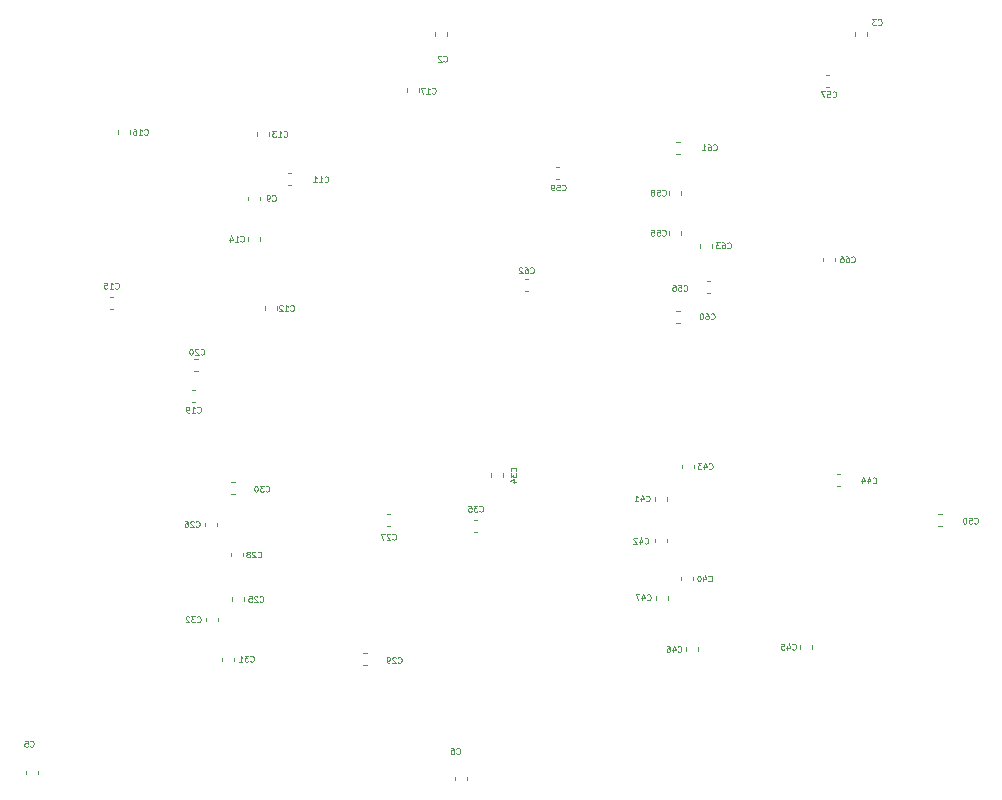
<source format=gbr>
G04 #@! TF.GenerationSoftware,KiCad,Pcbnew,(6.0.7-1)-1*
G04 #@! TF.CreationDate,2022-09-29T12:27:23-05:00*
G04 #@! TF.ProjectId,ramn,72616d6e-2e6b-4696-9361-645f70636258,rev?*
G04 #@! TF.SameCoordinates,Original*
G04 #@! TF.FileFunction,Legend,Bot*
G04 #@! TF.FilePolarity,Positive*
%FSLAX46Y46*%
G04 Gerber Fmt 4.6, Leading zero omitted, Abs format (unit mm)*
G04 Created by KiCad (PCBNEW (6.0.7-1)-1) date 2022-09-29 12:27:23*
%MOMM*%
%LPD*%
G01*
G04 APERTURE LIST*
%ADD10C,0.100000*%
%ADD11C,0.120000*%
G04 APERTURE END LIST*
D10*
X62321428Y-94846071D02*
X62345238Y-94869880D01*
X62416666Y-94893690D01*
X62464285Y-94893690D01*
X62535714Y-94869880D01*
X62583333Y-94822261D01*
X62607142Y-94774642D01*
X62630952Y-94679404D01*
X62630952Y-94607976D01*
X62607142Y-94512738D01*
X62583333Y-94465119D01*
X62535714Y-94417500D01*
X62464285Y-94393690D01*
X62416666Y-94393690D01*
X62345238Y-94417500D01*
X62321428Y-94441309D01*
X62154761Y-94393690D02*
X61845238Y-94393690D01*
X62011904Y-94584166D01*
X61940476Y-94584166D01*
X61892857Y-94607976D01*
X61869047Y-94631785D01*
X61845238Y-94679404D01*
X61845238Y-94798452D01*
X61869047Y-94846071D01*
X61892857Y-94869880D01*
X61940476Y-94893690D01*
X62083333Y-94893690D01*
X62130952Y-94869880D01*
X62154761Y-94846071D01*
X61654761Y-94441309D02*
X61630952Y-94417500D01*
X61583333Y-94393690D01*
X61464285Y-94393690D01*
X61416666Y-94417500D01*
X61392857Y-94441309D01*
X61369047Y-94488928D01*
X61369047Y-94536547D01*
X61392857Y-94607976D01*
X61678571Y-94893690D01*
X61369047Y-94893690D01*
X105656428Y-81871071D02*
X105680238Y-81894880D01*
X105751666Y-81918690D01*
X105799285Y-81918690D01*
X105870714Y-81894880D01*
X105918333Y-81847261D01*
X105942142Y-81799642D01*
X105965952Y-81704404D01*
X105965952Y-81632976D01*
X105942142Y-81537738D01*
X105918333Y-81490119D01*
X105870714Y-81442500D01*
X105799285Y-81418690D01*
X105751666Y-81418690D01*
X105680238Y-81442500D01*
X105656428Y-81466309D01*
X105227857Y-81585357D02*
X105227857Y-81918690D01*
X105346904Y-81394880D02*
X105465952Y-81752023D01*
X105156428Y-81752023D01*
X105013571Y-81418690D02*
X104704047Y-81418690D01*
X104870714Y-81609166D01*
X104799285Y-81609166D01*
X104751666Y-81632976D01*
X104727857Y-81656785D01*
X104704047Y-81704404D01*
X104704047Y-81823452D01*
X104727857Y-81871071D01*
X104751666Y-81894880D01*
X104799285Y-81918690D01*
X104942142Y-81918690D01*
X104989761Y-81894880D01*
X105013571Y-81871071D01*
X100421428Y-92978571D02*
X100445238Y-93002380D01*
X100516666Y-93026190D01*
X100564285Y-93026190D01*
X100635714Y-93002380D01*
X100683333Y-92954761D01*
X100707142Y-92907142D01*
X100730952Y-92811904D01*
X100730952Y-92740476D01*
X100707142Y-92645238D01*
X100683333Y-92597619D01*
X100635714Y-92550000D01*
X100564285Y-92526190D01*
X100516666Y-92526190D01*
X100445238Y-92550000D01*
X100421428Y-92573809D01*
X99992857Y-92692857D02*
X99992857Y-93026190D01*
X100111904Y-92502380D02*
X100230952Y-92859523D01*
X99921428Y-92859523D01*
X99778571Y-92526190D02*
X99445238Y-92526190D01*
X99659523Y-93026190D01*
X128121428Y-86478571D02*
X128145238Y-86502380D01*
X128216666Y-86526190D01*
X128264285Y-86526190D01*
X128335714Y-86502380D01*
X128383333Y-86454761D01*
X128407142Y-86407142D01*
X128430952Y-86311904D01*
X128430952Y-86240476D01*
X128407142Y-86145238D01*
X128383333Y-86097619D01*
X128335714Y-86050000D01*
X128264285Y-86026190D01*
X128216666Y-86026190D01*
X128145238Y-86050000D01*
X128121428Y-86073809D01*
X127669047Y-86026190D02*
X127907142Y-86026190D01*
X127930952Y-86264285D01*
X127907142Y-86240476D01*
X127859523Y-86216666D01*
X127740476Y-86216666D01*
X127692857Y-86240476D01*
X127669047Y-86264285D01*
X127645238Y-86311904D01*
X127645238Y-86430952D01*
X127669047Y-86478571D01*
X127692857Y-86502380D01*
X127740476Y-86526190D01*
X127859523Y-86526190D01*
X127907142Y-86502380D01*
X127930952Y-86478571D01*
X127335714Y-86026190D02*
X127288095Y-86026190D01*
X127240476Y-86050000D01*
X127216666Y-86073809D01*
X127192857Y-86121428D01*
X127169047Y-86216666D01*
X127169047Y-86335714D01*
X127192857Y-86430952D01*
X127216666Y-86478571D01*
X127240476Y-86502380D01*
X127288095Y-86526190D01*
X127335714Y-86526190D01*
X127383333Y-86502380D01*
X127407142Y-86478571D01*
X127430952Y-86430952D01*
X127454761Y-86335714D01*
X127454761Y-86216666D01*
X127430952Y-86121428D01*
X127407142Y-86073809D01*
X127383333Y-86050000D01*
X127335714Y-86026190D01*
X103521428Y-66778571D02*
X103545238Y-66802380D01*
X103616666Y-66826190D01*
X103664285Y-66826190D01*
X103735714Y-66802380D01*
X103783333Y-66754761D01*
X103807142Y-66707142D01*
X103830952Y-66611904D01*
X103830952Y-66540476D01*
X103807142Y-66445238D01*
X103783333Y-66397619D01*
X103735714Y-66350000D01*
X103664285Y-66326190D01*
X103616666Y-66326190D01*
X103545238Y-66350000D01*
X103521428Y-66373809D01*
X103069047Y-66326190D02*
X103307142Y-66326190D01*
X103330952Y-66564285D01*
X103307142Y-66540476D01*
X103259523Y-66516666D01*
X103140476Y-66516666D01*
X103092857Y-66540476D01*
X103069047Y-66564285D01*
X103045238Y-66611904D01*
X103045238Y-66730952D01*
X103069047Y-66778571D01*
X103092857Y-66802380D01*
X103140476Y-66826190D01*
X103259523Y-66826190D01*
X103307142Y-66802380D01*
X103330952Y-66778571D01*
X102616666Y-66326190D02*
X102711904Y-66326190D01*
X102759523Y-66350000D01*
X102783333Y-66373809D01*
X102830952Y-66445238D01*
X102854761Y-66540476D01*
X102854761Y-66730952D01*
X102830952Y-66778571D01*
X102807142Y-66802380D01*
X102759523Y-66826190D01*
X102664285Y-66826190D01*
X102616666Y-66802380D01*
X102592857Y-66778571D01*
X102569047Y-66730952D01*
X102569047Y-66611904D01*
X102592857Y-66564285D01*
X102616666Y-66540476D01*
X102664285Y-66516666D01*
X102759523Y-66516666D01*
X102807142Y-66540476D01*
X102830952Y-66564285D01*
X102854761Y-66611904D01*
X79321428Y-98278571D02*
X79345238Y-98302380D01*
X79416666Y-98326190D01*
X79464285Y-98326190D01*
X79535714Y-98302380D01*
X79583333Y-98254761D01*
X79607142Y-98207142D01*
X79630952Y-98111904D01*
X79630952Y-98040476D01*
X79607142Y-97945238D01*
X79583333Y-97897619D01*
X79535714Y-97850000D01*
X79464285Y-97826190D01*
X79416666Y-97826190D01*
X79345238Y-97850000D01*
X79321428Y-97873809D01*
X79130952Y-97873809D02*
X79107142Y-97850000D01*
X79059523Y-97826190D01*
X78940476Y-97826190D01*
X78892857Y-97850000D01*
X78869047Y-97873809D01*
X78845238Y-97921428D01*
X78845238Y-97969047D01*
X78869047Y-98040476D01*
X79154761Y-98326190D01*
X78845238Y-98326190D01*
X78607142Y-98326190D02*
X78511904Y-98326190D01*
X78464285Y-98302380D01*
X78440476Y-98278571D01*
X78392857Y-98207142D01*
X78369047Y-98111904D01*
X78369047Y-97921428D01*
X78392857Y-97873809D01*
X78416666Y-97850000D01*
X78464285Y-97826190D01*
X78559523Y-97826190D01*
X78607142Y-97850000D01*
X78630952Y-97873809D01*
X78654761Y-97921428D01*
X78654761Y-98040476D01*
X78630952Y-98088095D01*
X78607142Y-98111904D01*
X78559523Y-98135714D01*
X78464285Y-98135714D01*
X78416666Y-98111904D01*
X78392857Y-98088095D01*
X78369047Y-98040476D01*
X105621428Y-91378571D02*
X105645238Y-91402380D01*
X105716666Y-91426190D01*
X105764285Y-91426190D01*
X105835714Y-91402380D01*
X105883333Y-91354761D01*
X105907142Y-91307142D01*
X105930952Y-91211904D01*
X105930952Y-91140476D01*
X105907142Y-91045238D01*
X105883333Y-90997619D01*
X105835714Y-90950000D01*
X105764285Y-90926190D01*
X105716666Y-90926190D01*
X105645238Y-90950000D01*
X105621428Y-90973809D01*
X105192857Y-91092857D02*
X105192857Y-91426190D01*
X105311904Y-90902380D02*
X105430952Y-91259523D01*
X105121428Y-91259523D01*
X104835714Y-90926190D02*
X104788095Y-90926190D01*
X104740476Y-90950000D01*
X104716666Y-90973809D01*
X104692857Y-91021428D01*
X104669047Y-91116666D01*
X104669047Y-91235714D01*
X104692857Y-91330952D01*
X104716666Y-91378571D01*
X104740476Y-91402380D01*
X104788095Y-91426190D01*
X104835714Y-91426190D01*
X104883333Y-91402380D01*
X104907142Y-91378571D01*
X104930952Y-91330952D01*
X104954761Y-91235714D01*
X104954761Y-91116666D01*
X104930952Y-91021428D01*
X104907142Y-90973809D01*
X104883333Y-90950000D01*
X104835714Y-90926190D01*
X106021428Y-54878571D02*
X106045238Y-54902380D01*
X106116666Y-54926190D01*
X106164285Y-54926190D01*
X106235714Y-54902380D01*
X106283333Y-54854761D01*
X106307142Y-54807142D01*
X106330952Y-54711904D01*
X106330952Y-54640476D01*
X106307142Y-54545238D01*
X106283333Y-54497619D01*
X106235714Y-54450000D01*
X106164285Y-54426190D01*
X106116666Y-54426190D01*
X106045238Y-54450000D01*
X106021428Y-54473809D01*
X105592857Y-54426190D02*
X105688095Y-54426190D01*
X105735714Y-54450000D01*
X105759523Y-54473809D01*
X105807142Y-54545238D01*
X105830952Y-54640476D01*
X105830952Y-54830952D01*
X105807142Y-54878571D01*
X105783333Y-54902380D01*
X105735714Y-54926190D01*
X105640476Y-54926190D01*
X105592857Y-54902380D01*
X105569047Y-54878571D01*
X105545238Y-54830952D01*
X105545238Y-54711904D01*
X105569047Y-54664285D01*
X105592857Y-54640476D01*
X105640476Y-54616666D01*
X105735714Y-54616666D01*
X105783333Y-54640476D01*
X105807142Y-54664285D01*
X105830952Y-54711904D01*
X105069047Y-54926190D02*
X105354761Y-54926190D01*
X105211904Y-54926190D02*
X105211904Y-54426190D01*
X105259523Y-54497619D01*
X105307142Y-54545238D01*
X105354761Y-54569047D01*
X62326428Y-77078571D02*
X62350238Y-77102380D01*
X62421666Y-77126190D01*
X62469285Y-77126190D01*
X62540714Y-77102380D01*
X62588333Y-77054761D01*
X62612142Y-77007142D01*
X62635952Y-76911904D01*
X62635952Y-76840476D01*
X62612142Y-76745238D01*
X62588333Y-76697619D01*
X62540714Y-76650000D01*
X62469285Y-76626190D01*
X62421666Y-76626190D01*
X62350238Y-76650000D01*
X62326428Y-76673809D01*
X61850238Y-77126190D02*
X62135952Y-77126190D01*
X61993095Y-77126190D02*
X61993095Y-76626190D01*
X62040714Y-76697619D01*
X62088333Y-76745238D01*
X62135952Y-76769047D01*
X61612142Y-77126190D02*
X61516904Y-77126190D01*
X61469285Y-77102380D01*
X61445476Y-77078571D01*
X61397857Y-77007142D01*
X61374047Y-76911904D01*
X61374047Y-76721428D01*
X61397857Y-76673809D01*
X61421666Y-76650000D01*
X61469285Y-76626190D01*
X61564523Y-76626190D01*
X61612142Y-76650000D01*
X61635952Y-76673809D01*
X61659761Y-76721428D01*
X61659761Y-76840476D01*
X61635952Y-76888095D01*
X61612142Y-76911904D01*
X61564523Y-76935714D01*
X61469285Y-76935714D01*
X61421666Y-76911904D01*
X61397857Y-76888095D01*
X61374047Y-76840476D01*
X116121428Y-50378571D02*
X116145238Y-50402380D01*
X116216666Y-50426190D01*
X116264285Y-50426190D01*
X116335714Y-50402380D01*
X116383333Y-50354761D01*
X116407142Y-50307142D01*
X116430952Y-50211904D01*
X116430952Y-50140476D01*
X116407142Y-50045238D01*
X116383333Y-49997619D01*
X116335714Y-49950000D01*
X116264285Y-49926190D01*
X116216666Y-49926190D01*
X116145238Y-49950000D01*
X116121428Y-49973809D01*
X115669047Y-49926190D02*
X115907142Y-49926190D01*
X115930952Y-50164285D01*
X115907142Y-50140476D01*
X115859523Y-50116666D01*
X115740476Y-50116666D01*
X115692857Y-50140476D01*
X115669047Y-50164285D01*
X115645238Y-50211904D01*
X115645238Y-50330952D01*
X115669047Y-50378571D01*
X115692857Y-50402380D01*
X115740476Y-50426190D01*
X115859523Y-50426190D01*
X115907142Y-50402380D01*
X115930952Y-50378571D01*
X115478571Y-49926190D02*
X115145238Y-49926190D01*
X115359523Y-50426190D01*
X101696428Y-58708571D02*
X101720238Y-58732380D01*
X101791666Y-58756190D01*
X101839285Y-58756190D01*
X101910714Y-58732380D01*
X101958333Y-58684761D01*
X101982142Y-58637142D01*
X102005952Y-58541904D01*
X102005952Y-58470476D01*
X101982142Y-58375238D01*
X101958333Y-58327619D01*
X101910714Y-58280000D01*
X101839285Y-58256190D01*
X101791666Y-58256190D01*
X101720238Y-58280000D01*
X101696428Y-58303809D01*
X101244047Y-58256190D02*
X101482142Y-58256190D01*
X101505952Y-58494285D01*
X101482142Y-58470476D01*
X101434523Y-58446666D01*
X101315476Y-58446666D01*
X101267857Y-58470476D01*
X101244047Y-58494285D01*
X101220238Y-58541904D01*
X101220238Y-58660952D01*
X101244047Y-58708571D01*
X101267857Y-58732380D01*
X101315476Y-58756190D01*
X101434523Y-58756190D01*
X101482142Y-58732380D01*
X101505952Y-58708571D01*
X100934523Y-58470476D02*
X100982142Y-58446666D01*
X101005952Y-58422857D01*
X101029761Y-58375238D01*
X101029761Y-58351428D01*
X101005952Y-58303809D01*
X100982142Y-58280000D01*
X100934523Y-58256190D01*
X100839285Y-58256190D01*
X100791666Y-58280000D01*
X100767857Y-58303809D01*
X100744047Y-58351428D01*
X100744047Y-58375238D01*
X100767857Y-58422857D01*
X100791666Y-58446666D01*
X100839285Y-58470476D01*
X100934523Y-58470476D01*
X100982142Y-58494285D01*
X101005952Y-58518095D01*
X101029761Y-58565714D01*
X101029761Y-58660952D01*
X101005952Y-58708571D01*
X100982142Y-58732380D01*
X100934523Y-58756190D01*
X100839285Y-58756190D01*
X100791666Y-58732380D01*
X100767857Y-58708571D01*
X100744047Y-58660952D01*
X100744047Y-58565714D01*
X100767857Y-58518095D01*
X100791666Y-58494285D01*
X100839285Y-58470476D01*
X65996428Y-62608571D02*
X66020238Y-62632380D01*
X66091666Y-62656190D01*
X66139285Y-62656190D01*
X66210714Y-62632380D01*
X66258333Y-62584761D01*
X66282142Y-62537142D01*
X66305952Y-62441904D01*
X66305952Y-62370476D01*
X66282142Y-62275238D01*
X66258333Y-62227619D01*
X66210714Y-62180000D01*
X66139285Y-62156190D01*
X66091666Y-62156190D01*
X66020238Y-62180000D01*
X65996428Y-62203809D01*
X65520238Y-62656190D02*
X65805952Y-62656190D01*
X65663095Y-62656190D02*
X65663095Y-62156190D01*
X65710714Y-62227619D01*
X65758333Y-62275238D01*
X65805952Y-62299047D01*
X65091666Y-62322857D02*
X65091666Y-62656190D01*
X65210714Y-62132380D02*
X65329761Y-62489523D01*
X65020238Y-62489523D01*
X90521428Y-65278571D02*
X90545238Y-65302380D01*
X90616666Y-65326190D01*
X90664285Y-65326190D01*
X90735714Y-65302380D01*
X90783333Y-65254761D01*
X90807142Y-65207142D01*
X90830952Y-65111904D01*
X90830952Y-65040476D01*
X90807142Y-64945238D01*
X90783333Y-64897619D01*
X90735714Y-64850000D01*
X90664285Y-64826190D01*
X90616666Y-64826190D01*
X90545238Y-64850000D01*
X90521428Y-64873809D01*
X90092857Y-64826190D02*
X90188095Y-64826190D01*
X90235714Y-64850000D01*
X90259523Y-64873809D01*
X90307142Y-64945238D01*
X90330952Y-65040476D01*
X90330952Y-65230952D01*
X90307142Y-65278571D01*
X90283333Y-65302380D01*
X90235714Y-65326190D01*
X90140476Y-65326190D01*
X90092857Y-65302380D01*
X90069047Y-65278571D01*
X90045238Y-65230952D01*
X90045238Y-65111904D01*
X90069047Y-65064285D01*
X90092857Y-65040476D01*
X90140476Y-65016666D01*
X90235714Y-65016666D01*
X90283333Y-65040476D01*
X90307142Y-65064285D01*
X90330952Y-65111904D01*
X89854761Y-64873809D02*
X89830952Y-64850000D01*
X89783333Y-64826190D01*
X89664285Y-64826190D01*
X89616666Y-64850000D01*
X89592857Y-64873809D01*
X89569047Y-64921428D01*
X89569047Y-64969047D01*
X89592857Y-65040476D01*
X89878571Y-65326190D01*
X89569047Y-65326190D01*
X105821428Y-69178571D02*
X105845238Y-69202380D01*
X105916666Y-69226190D01*
X105964285Y-69226190D01*
X106035714Y-69202380D01*
X106083333Y-69154761D01*
X106107142Y-69107142D01*
X106130952Y-69011904D01*
X106130952Y-68940476D01*
X106107142Y-68845238D01*
X106083333Y-68797619D01*
X106035714Y-68750000D01*
X105964285Y-68726190D01*
X105916666Y-68726190D01*
X105845238Y-68750000D01*
X105821428Y-68773809D01*
X105392857Y-68726190D02*
X105488095Y-68726190D01*
X105535714Y-68750000D01*
X105559523Y-68773809D01*
X105607142Y-68845238D01*
X105630952Y-68940476D01*
X105630952Y-69130952D01*
X105607142Y-69178571D01*
X105583333Y-69202380D01*
X105535714Y-69226190D01*
X105440476Y-69226190D01*
X105392857Y-69202380D01*
X105369047Y-69178571D01*
X105345238Y-69130952D01*
X105345238Y-69011904D01*
X105369047Y-68964285D01*
X105392857Y-68940476D01*
X105440476Y-68916666D01*
X105535714Y-68916666D01*
X105583333Y-68940476D01*
X105607142Y-68964285D01*
X105630952Y-69011904D01*
X105035714Y-68726190D02*
X104988095Y-68726190D01*
X104940476Y-68750000D01*
X104916666Y-68773809D01*
X104892857Y-68821428D01*
X104869047Y-68916666D01*
X104869047Y-69035714D01*
X104892857Y-69130952D01*
X104916666Y-69178571D01*
X104940476Y-69202380D01*
X104988095Y-69226190D01*
X105035714Y-69226190D01*
X105083333Y-69202380D01*
X105107142Y-69178571D01*
X105130952Y-69130952D01*
X105154761Y-69035714D01*
X105154761Y-68916666D01*
X105130952Y-68821428D01*
X105107142Y-68773809D01*
X105083333Y-68750000D01*
X105035714Y-68726190D01*
X62621428Y-72178571D02*
X62645238Y-72202380D01*
X62716666Y-72226190D01*
X62764285Y-72226190D01*
X62835714Y-72202380D01*
X62883333Y-72154761D01*
X62907142Y-72107142D01*
X62930952Y-72011904D01*
X62930952Y-71940476D01*
X62907142Y-71845238D01*
X62883333Y-71797619D01*
X62835714Y-71750000D01*
X62764285Y-71726190D01*
X62716666Y-71726190D01*
X62645238Y-71750000D01*
X62621428Y-71773809D01*
X62430952Y-71773809D02*
X62407142Y-71750000D01*
X62359523Y-71726190D01*
X62240476Y-71726190D01*
X62192857Y-71750000D01*
X62169047Y-71773809D01*
X62145238Y-71821428D01*
X62145238Y-71869047D01*
X62169047Y-71940476D01*
X62454761Y-72226190D01*
X62145238Y-72226190D01*
X61835714Y-71726190D02*
X61788095Y-71726190D01*
X61740476Y-71750000D01*
X61716666Y-71773809D01*
X61692857Y-71821428D01*
X61669047Y-71916666D01*
X61669047Y-72035714D01*
X61692857Y-72130952D01*
X61716666Y-72178571D01*
X61740476Y-72202380D01*
X61788095Y-72226190D01*
X61835714Y-72226190D01*
X61883333Y-72202380D01*
X61907142Y-72178571D01*
X61930952Y-72130952D01*
X61954761Y-72035714D01*
X61954761Y-71916666D01*
X61930952Y-71821428D01*
X61907142Y-71773809D01*
X61883333Y-71750000D01*
X61835714Y-71726190D01*
X48183333Y-105378571D02*
X48207142Y-105402380D01*
X48278571Y-105426190D01*
X48326190Y-105426190D01*
X48397619Y-105402380D01*
X48445238Y-105354761D01*
X48469047Y-105307142D01*
X48492857Y-105211904D01*
X48492857Y-105140476D01*
X48469047Y-105045238D01*
X48445238Y-104997619D01*
X48397619Y-104950000D01*
X48326190Y-104926190D01*
X48278571Y-104926190D01*
X48207142Y-104950000D01*
X48183333Y-104973809D01*
X47730952Y-104926190D02*
X47969047Y-104926190D01*
X47992857Y-105164285D01*
X47969047Y-105140476D01*
X47921428Y-105116666D01*
X47802380Y-105116666D01*
X47754761Y-105140476D01*
X47730952Y-105164285D01*
X47707142Y-105211904D01*
X47707142Y-105330952D01*
X47730952Y-105378571D01*
X47754761Y-105402380D01*
X47802380Y-105426190D01*
X47921428Y-105426190D01*
X47969047Y-105402380D01*
X47992857Y-105378571D01*
X68121428Y-83778571D02*
X68145238Y-83802380D01*
X68216666Y-83826190D01*
X68264285Y-83826190D01*
X68335714Y-83802380D01*
X68383333Y-83754761D01*
X68407142Y-83707142D01*
X68430952Y-83611904D01*
X68430952Y-83540476D01*
X68407142Y-83445238D01*
X68383333Y-83397619D01*
X68335714Y-83350000D01*
X68264285Y-83326190D01*
X68216666Y-83326190D01*
X68145238Y-83350000D01*
X68121428Y-83373809D01*
X67954761Y-83326190D02*
X67645238Y-83326190D01*
X67811904Y-83516666D01*
X67740476Y-83516666D01*
X67692857Y-83540476D01*
X67669047Y-83564285D01*
X67645238Y-83611904D01*
X67645238Y-83730952D01*
X67669047Y-83778571D01*
X67692857Y-83802380D01*
X67740476Y-83826190D01*
X67883333Y-83826190D01*
X67930952Y-83802380D01*
X67954761Y-83778571D01*
X67335714Y-83326190D02*
X67288095Y-83326190D01*
X67240476Y-83350000D01*
X67216666Y-83373809D01*
X67192857Y-83421428D01*
X67169047Y-83516666D01*
X67169047Y-83635714D01*
X67192857Y-83730952D01*
X67216666Y-83778571D01*
X67240476Y-83802380D01*
X67288095Y-83826190D01*
X67335714Y-83826190D01*
X67383333Y-83802380D01*
X67407142Y-83778571D01*
X67430952Y-83730952D01*
X67454761Y-83635714D01*
X67454761Y-83516666D01*
X67430952Y-83421428D01*
X67407142Y-83373809D01*
X67383333Y-83350000D01*
X67335714Y-83326190D01*
X107221428Y-63178571D02*
X107245238Y-63202380D01*
X107316666Y-63226190D01*
X107364285Y-63226190D01*
X107435714Y-63202380D01*
X107483333Y-63154761D01*
X107507142Y-63107142D01*
X107530952Y-63011904D01*
X107530952Y-62940476D01*
X107507142Y-62845238D01*
X107483333Y-62797619D01*
X107435714Y-62750000D01*
X107364285Y-62726190D01*
X107316666Y-62726190D01*
X107245238Y-62750000D01*
X107221428Y-62773809D01*
X106792857Y-62726190D02*
X106888095Y-62726190D01*
X106935714Y-62750000D01*
X106959523Y-62773809D01*
X107007142Y-62845238D01*
X107030952Y-62940476D01*
X107030952Y-63130952D01*
X107007142Y-63178571D01*
X106983333Y-63202380D01*
X106935714Y-63226190D01*
X106840476Y-63226190D01*
X106792857Y-63202380D01*
X106769047Y-63178571D01*
X106745238Y-63130952D01*
X106745238Y-63011904D01*
X106769047Y-62964285D01*
X106792857Y-62940476D01*
X106840476Y-62916666D01*
X106935714Y-62916666D01*
X106983333Y-62940476D01*
X107007142Y-62964285D01*
X107030952Y-63011904D01*
X106578571Y-62726190D02*
X106269047Y-62726190D01*
X106435714Y-62916666D01*
X106364285Y-62916666D01*
X106316666Y-62940476D01*
X106292857Y-62964285D01*
X106269047Y-63011904D01*
X106269047Y-63130952D01*
X106292857Y-63178571D01*
X106316666Y-63202380D01*
X106364285Y-63226190D01*
X106507142Y-63226190D01*
X106554761Y-63202380D01*
X106578571Y-63178571D01*
X62221428Y-86771071D02*
X62245238Y-86794880D01*
X62316666Y-86818690D01*
X62364285Y-86818690D01*
X62435714Y-86794880D01*
X62483333Y-86747261D01*
X62507142Y-86699642D01*
X62530952Y-86604404D01*
X62530952Y-86532976D01*
X62507142Y-86437738D01*
X62483333Y-86390119D01*
X62435714Y-86342500D01*
X62364285Y-86318690D01*
X62316666Y-86318690D01*
X62245238Y-86342500D01*
X62221428Y-86366309D01*
X62030952Y-86366309D02*
X62007142Y-86342500D01*
X61959523Y-86318690D01*
X61840476Y-86318690D01*
X61792857Y-86342500D01*
X61769047Y-86366309D01*
X61745238Y-86413928D01*
X61745238Y-86461547D01*
X61769047Y-86532976D01*
X62054761Y-86818690D01*
X61745238Y-86818690D01*
X61316666Y-86318690D02*
X61411904Y-86318690D01*
X61459523Y-86342500D01*
X61483333Y-86366309D01*
X61530952Y-86437738D01*
X61554761Y-86532976D01*
X61554761Y-86723452D01*
X61530952Y-86771071D01*
X61507142Y-86794880D01*
X61459523Y-86818690D01*
X61364285Y-86818690D01*
X61316666Y-86794880D01*
X61292857Y-86771071D01*
X61269047Y-86723452D01*
X61269047Y-86604404D01*
X61292857Y-86556785D01*
X61316666Y-86532976D01*
X61364285Y-86509166D01*
X61459523Y-86509166D01*
X61507142Y-86532976D01*
X61530952Y-86556785D01*
X61554761Y-86604404D01*
X66821428Y-98178571D02*
X66845238Y-98202380D01*
X66916666Y-98226190D01*
X66964285Y-98226190D01*
X67035714Y-98202380D01*
X67083333Y-98154761D01*
X67107142Y-98107142D01*
X67130952Y-98011904D01*
X67130952Y-97940476D01*
X67107142Y-97845238D01*
X67083333Y-97797619D01*
X67035714Y-97750000D01*
X66964285Y-97726190D01*
X66916666Y-97726190D01*
X66845238Y-97750000D01*
X66821428Y-97773809D01*
X66654761Y-97726190D02*
X66345238Y-97726190D01*
X66511904Y-97916666D01*
X66440476Y-97916666D01*
X66392857Y-97940476D01*
X66369047Y-97964285D01*
X66345238Y-98011904D01*
X66345238Y-98130952D01*
X66369047Y-98178571D01*
X66392857Y-98202380D01*
X66440476Y-98226190D01*
X66583333Y-98226190D01*
X66630952Y-98202380D01*
X66654761Y-98178571D01*
X65869047Y-98226190D02*
X66154761Y-98226190D01*
X66011904Y-98226190D02*
X66011904Y-97726190D01*
X66059523Y-97797619D01*
X66107142Y-97845238D01*
X66154761Y-97869047D01*
X82221428Y-50078571D02*
X82245238Y-50102380D01*
X82316666Y-50126190D01*
X82364285Y-50126190D01*
X82435714Y-50102380D01*
X82483333Y-50054761D01*
X82507142Y-50007142D01*
X82530952Y-49911904D01*
X82530952Y-49840476D01*
X82507142Y-49745238D01*
X82483333Y-49697619D01*
X82435714Y-49650000D01*
X82364285Y-49626190D01*
X82316666Y-49626190D01*
X82245238Y-49650000D01*
X82221428Y-49673809D01*
X81745238Y-50126190D02*
X82030952Y-50126190D01*
X81888095Y-50126190D02*
X81888095Y-49626190D01*
X81935714Y-49697619D01*
X81983333Y-49745238D01*
X82030952Y-49769047D01*
X81578571Y-49626190D02*
X81245238Y-49626190D01*
X81459523Y-50126190D01*
X57856428Y-53571071D02*
X57880238Y-53594880D01*
X57951666Y-53618690D01*
X57999285Y-53618690D01*
X58070714Y-53594880D01*
X58118333Y-53547261D01*
X58142142Y-53499642D01*
X58165952Y-53404404D01*
X58165952Y-53332976D01*
X58142142Y-53237738D01*
X58118333Y-53190119D01*
X58070714Y-53142500D01*
X57999285Y-53118690D01*
X57951666Y-53118690D01*
X57880238Y-53142500D01*
X57856428Y-53166309D01*
X57380238Y-53618690D02*
X57665952Y-53618690D01*
X57523095Y-53618690D02*
X57523095Y-53118690D01*
X57570714Y-53190119D01*
X57618333Y-53237738D01*
X57665952Y-53261547D01*
X56951666Y-53118690D02*
X57046904Y-53118690D01*
X57094523Y-53142500D01*
X57118333Y-53166309D01*
X57165952Y-53237738D01*
X57189761Y-53332976D01*
X57189761Y-53523452D01*
X57165952Y-53571071D01*
X57142142Y-53594880D01*
X57094523Y-53618690D01*
X56999285Y-53618690D01*
X56951666Y-53594880D01*
X56927857Y-53571071D01*
X56904047Y-53523452D01*
X56904047Y-53404404D01*
X56927857Y-53356785D01*
X56951666Y-53332976D01*
X56999285Y-53309166D01*
X57094523Y-53309166D01*
X57142142Y-53332976D01*
X57165952Y-53356785D01*
X57189761Y-53404404D01*
X89313571Y-82108571D02*
X89337380Y-82084761D01*
X89361190Y-82013333D01*
X89361190Y-81965714D01*
X89337380Y-81894285D01*
X89289761Y-81846666D01*
X89242142Y-81822857D01*
X89146904Y-81799047D01*
X89075476Y-81799047D01*
X88980238Y-81822857D01*
X88932619Y-81846666D01*
X88885000Y-81894285D01*
X88861190Y-81965714D01*
X88861190Y-82013333D01*
X88885000Y-82084761D01*
X88908809Y-82108571D01*
X88861190Y-82275238D02*
X88861190Y-82584761D01*
X89051666Y-82418095D01*
X89051666Y-82489523D01*
X89075476Y-82537142D01*
X89099285Y-82560952D01*
X89146904Y-82584761D01*
X89265952Y-82584761D01*
X89313571Y-82560952D01*
X89337380Y-82537142D01*
X89361190Y-82489523D01*
X89361190Y-82346666D01*
X89337380Y-82299047D01*
X89313571Y-82275238D01*
X89027857Y-83013333D02*
X89361190Y-83013333D01*
X88837380Y-82894285D02*
X89194523Y-82775238D01*
X89194523Y-83084761D01*
X86226428Y-85478571D02*
X86250238Y-85502380D01*
X86321666Y-85526190D01*
X86369285Y-85526190D01*
X86440714Y-85502380D01*
X86488333Y-85454761D01*
X86512142Y-85407142D01*
X86535952Y-85311904D01*
X86535952Y-85240476D01*
X86512142Y-85145238D01*
X86488333Y-85097619D01*
X86440714Y-85050000D01*
X86369285Y-85026190D01*
X86321666Y-85026190D01*
X86250238Y-85050000D01*
X86226428Y-85073809D01*
X86059761Y-85026190D02*
X85750238Y-85026190D01*
X85916904Y-85216666D01*
X85845476Y-85216666D01*
X85797857Y-85240476D01*
X85774047Y-85264285D01*
X85750238Y-85311904D01*
X85750238Y-85430952D01*
X85774047Y-85478571D01*
X85797857Y-85502380D01*
X85845476Y-85526190D01*
X85988333Y-85526190D01*
X86035952Y-85502380D01*
X86059761Y-85478571D01*
X85297857Y-85026190D02*
X85535952Y-85026190D01*
X85559761Y-85264285D01*
X85535952Y-85240476D01*
X85488333Y-85216666D01*
X85369285Y-85216666D01*
X85321666Y-85240476D01*
X85297857Y-85264285D01*
X85274047Y-85311904D01*
X85274047Y-85430952D01*
X85297857Y-85478571D01*
X85321666Y-85502380D01*
X85369285Y-85526190D01*
X85488333Y-85526190D01*
X85535952Y-85502380D01*
X85559761Y-85478571D01*
X70221428Y-68478571D02*
X70245238Y-68502380D01*
X70316666Y-68526190D01*
X70364285Y-68526190D01*
X70435714Y-68502380D01*
X70483333Y-68454761D01*
X70507142Y-68407142D01*
X70530952Y-68311904D01*
X70530952Y-68240476D01*
X70507142Y-68145238D01*
X70483333Y-68097619D01*
X70435714Y-68050000D01*
X70364285Y-68026190D01*
X70316666Y-68026190D01*
X70245238Y-68050000D01*
X70221428Y-68073809D01*
X69745238Y-68526190D02*
X70030952Y-68526190D01*
X69888095Y-68526190D02*
X69888095Y-68026190D01*
X69935714Y-68097619D01*
X69983333Y-68145238D01*
X70030952Y-68169047D01*
X69554761Y-68073809D02*
X69530952Y-68050000D01*
X69483333Y-68026190D01*
X69364285Y-68026190D01*
X69316666Y-68050000D01*
X69292857Y-68073809D01*
X69269047Y-68121428D01*
X69269047Y-68169047D01*
X69292857Y-68240476D01*
X69578571Y-68526190D01*
X69269047Y-68526190D01*
X83183333Y-47378571D02*
X83207142Y-47402380D01*
X83278571Y-47426190D01*
X83326190Y-47426190D01*
X83397619Y-47402380D01*
X83445238Y-47354761D01*
X83469047Y-47307142D01*
X83492857Y-47211904D01*
X83492857Y-47140476D01*
X83469047Y-47045238D01*
X83445238Y-46997619D01*
X83397619Y-46950000D01*
X83326190Y-46926190D01*
X83278571Y-46926190D01*
X83207142Y-46950000D01*
X83183333Y-46973809D01*
X82992857Y-46973809D02*
X82969047Y-46950000D01*
X82921428Y-46926190D01*
X82802380Y-46926190D01*
X82754761Y-46950000D01*
X82730952Y-46973809D01*
X82707142Y-47021428D01*
X82707142Y-47069047D01*
X82730952Y-47140476D01*
X83016666Y-47426190D01*
X82707142Y-47426190D01*
X67456428Y-89346071D02*
X67480238Y-89369880D01*
X67551666Y-89393690D01*
X67599285Y-89393690D01*
X67670714Y-89369880D01*
X67718333Y-89322261D01*
X67742142Y-89274642D01*
X67765952Y-89179404D01*
X67765952Y-89107976D01*
X67742142Y-89012738D01*
X67718333Y-88965119D01*
X67670714Y-88917500D01*
X67599285Y-88893690D01*
X67551666Y-88893690D01*
X67480238Y-88917500D01*
X67456428Y-88941309D01*
X67265952Y-88941309D02*
X67242142Y-88917500D01*
X67194523Y-88893690D01*
X67075476Y-88893690D01*
X67027857Y-88917500D01*
X67004047Y-88941309D01*
X66980238Y-88988928D01*
X66980238Y-89036547D01*
X67004047Y-89107976D01*
X67289761Y-89393690D01*
X66980238Y-89393690D01*
X66694523Y-89107976D02*
X66742142Y-89084166D01*
X66765952Y-89060357D01*
X66789761Y-89012738D01*
X66789761Y-88988928D01*
X66765952Y-88941309D01*
X66742142Y-88917500D01*
X66694523Y-88893690D01*
X66599285Y-88893690D01*
X66551666Y-88917500D01*
X66527857Y-88941309D01*
X66504047Y-88988928D01*
X66504047Y-89012738D01*
X66527857Y-89060357D01*
X66551666Y-89084166D01*
X66599285Y-89107976D01*
X66694523Y-89107976D01*
X66742142Y-89131785D01*
X66765952Y-89155595D01*
X66789761Y-89203214D01*
X66789761Y-89298452D01*
X66765952Y-89346071D01*
X66742142Y-89369880D01*
X66694523Y-89393690D01*
X66599285Y-89393690D01*
X66551666Y-89369880D01*
X66527857Y-89346071D01*
X66504047Y-89298452D01*
X66504047Y-89203214D01*
X66527857Y-89155595D01*
X66551666Y-89131785D01*
X66599285Y-89107976D01*
X93221428Y-58278571D02*
X93245238Y-58302380D01*
X93316666Y-58326190D01*
X93364285Y-58326190D01*
X93435714Y-58302380D01*
X93483333Y-58254761D01*
X93507142Y-58207142D01*
X93530952Y-58111904D01*
X93530952Y-58040476D01*
X93507142Y-57945238D01*
X93483333Y-57897619D01*
X93435714Y-57850000D01*
X93364285Y-57826190D01*
X93316666Y-57826190D01*
X93245238Y-57850000D01*
X93221428Y-57873809D01*
X92769047Y-57826190D02*
X93007142Y-57826190D01*
X93030952Y-58064285D01*
X93007142Y-58040476D01*
X92959523Y-58016666D01*
X92840476Y-58016666D01*
X92792857Y-58040476D01*
X92769047Y-58064285D01*
X92745238Y-58111904D01*
X92745238Y-58230952D01*
X92769047Y-58278571D01*
X92792857Y-58302380D01*
X92840476Y-58326190D01*
X92959523Y-58326190D01*
X93007142Y-58302380D01*
X93030952Y-58278571D01*
X92507142Y-58326190D02*
X92411904Y-58326190D01*
X92364285Y-58302380D01*
X92340476Y-58278571D01*
X92292857Y-58207142D01*
X92269047Y-58111904D01*
X92269047Y-57921428D01*
X92292857Y-57873809D01*
X92316666Y-57850000D01*
X92364285Y-57826190D01*
X92459523Y-57826190D01*
X92507142Y-57850000D01*
X92530952Y-57873809D01*
X92554761Y-57921428D01*
X92554761Y-58040476D01*
X92530952Y-58088095D01*
X92507142Y-58111904D01*
X92459523Y-58135714D01*
X92364285Y-58135714D01*
X92316666Y-58111904D01*
X92292857Y-58088095D01*
X92269047Y-58040476D01*
X78863928Y-87838571D02*
X78887738Y-87862380D01*
X78959166Y-87886190D01*
X79006785Y-87886190D01*
X79078214Y-87862380D01*
X79125833Y-87814761D01*
X79149642Y-87767142D01*
X79173452Y-87671904D01*
X79173452Y-87600476D01*
X79149642Y-87505238D01*
X79125833Y-87457619D01*
X79078214Y-87410000D01*
X79006785Y-87386190D01*
X78959166Y-87386190D01*
X78887738Y-87410000D01*
X78863928Y-87433809D01*
X78673452Y-87433809D02*
X78649642Y-87410000D01*
X78602023Y-87386190D01*
X78482976Y-87386190D01*
X78435357Y-87410000D01*
X78411547Y-87433809D01*
X78387738Y-87481428D01*
X78387738Y-87529047D01*
X78411547Y-87600476D01*
X78697261Y-87886190D01*
X78387738Y-87886190D01*
X78221071Y-87386190D02*
X77887738Y-87386190D01*
X78102023Y-87886190D01*
X73121428Y-57578571D02*
X73145238Y-57602380D01*
X73216666Y-57626190D01*
X73264285Y-57626190D01*
X73335714Y-57602380D01*
X73383333Y-57554761D01*
X73407142Y-57507142D01*
X73430952Y-57411904D01*
X73430952Y-57340476D01*
X73407142Y-57245238D01*
X73383333Y-57197619D01*
X73335714Y-57150000D01*
X73264285Y-57126190D01*
X73216666Y-57126190D01*
X73145238Y-57150000D01*
X73121428Y-57173809D01*
X72645238Y-57626190D02*
X72930952Y-57626190D01*
X72788095Y-57626190D02*
X72788095Y-57126190D01*
X72835714Y-57197619D01*
X72883333Y-57245238D01*
X72930952Y-57269047D01*
X72169047Y-57626190D02*
X72454761Y-57626190D01*
X72311904Y-57626190D02*
X72311904Y-57126190D01*
X72359523Y-57197619D01*
X72407142Y-57245238D01*
X72454761Y-57269047D01*
X112721428Y-97146071D02*
X112745238Y-97169880D01*
X112816666Y-97193690D01*
X112864285Y-97193690D01*
X112935714Y-97169880D01*
X112983333Y-97122261D01*
X113007142Y-97074642D01*
X113030952Y-96979404D01*
X113030952Y-96907976D01*
X113007142Y-96812738D01*
X112983333Y-96765119D01*
X112935714Y-96717500D01*
X112864285Y-96693690D01*
X112816666Y-96693690D01*
X112745238Y-96717500D01*
X112721428Y-96741309D01*
X112292857Y-96860357D02*
X112292857Y-97193690D01*
X112411904Y-96669880D02*
X112530952Y-97027023D01*
X112221428Y-97027023D01*
X111792857Y-96693690D02*
X112030952Y-96693690D01*
X112054761Y-96931785D01*
X112030952Y-96907976D01*
X111983333Y-96884166D01*
X111864285Y-96884166D01*
X111816666Y-96907976D01*
X111792857Y-96931785D01*
X111769047Y-96979404D01*
X111769047Y-97098452D01*
X111792857Y-97146071D01*
X111816666Y-97169880D01*
X111864285Y-97193690D01*
X111983333Y-97193690D01*
X112030952Y-97169880D01*
X112054761Y-97146071D01*
X69656428Y-53733571D02*
X69680238Y-53757380D01*
X69751666Y-53781190D01*
X69799285Y-53781190D01*
X69870714Y-53757380D01*
X69918333Y-53709761D01*
X69942142Y-53662142D01*
X69965952Y-53566904D01*
X69965952Y-53495476D01*
X69942142Y-53400238D01*
X69918333Y-53352619D01*
X69870714Y-53305000D01*
X69799285Y-53281190D01*
X69751666Y-53281190D01*
X69680238Y-53305000D01*
X69656428Y-53328809D01*
X69180238Y-53781190D02*
X69465952Y-53781190D01*
X69323095Y-53781190D02*
X69323095Y-53281190D01*
X69370714Y-53352619D01*
X69418333Y-53400238D01*
X69465952Y-53424047D01*
X69013571Y-53281190D02*
X68704047Y-53281190D01*
X68870714Y-53471666D01*
X68799285Y-53471666D01*
X68751666Y-53495476D01*
X68727857Y-53519285D01*
X68704047Y-53566904D01*
X68704047Y-53685952D01*
X68727857Y-53733571D01*
X68751666Y-53757380D01*
X68799285Y-53781190D01*
X68942142Y-53781190D01*
X68989761Y-53757380D01*
X69013571Y-53733571D01*
X101696428Y-62108571D02*
X101720238Y-62132380D01*
X101791666Y-62156190D01*
X101839285Y-62156190D01*
X101910714Y-62132380D01*
X101958333Y-62084761D01*
X101982142Y-62037142D01*
X102005952Y-61941904D01*
X102005952Y-61870476D01*
X101982142Y-61775238D01*
X101958333Y-61727619D01*
X101910714Y-61680000D01*
X101839285Y-61656190D01*
X101791666Y-61656190D01*
X101720238Y-61680000D01*
X101696428Y-61703809D01*
X101244047Y-61656190D02*
X101482142Y-61656190D01*
X101505952Y-61894285D01*
X101482142Y-61870476D01*
X101434523Y-61846666D01*
X101315476Y-61846666D01*
X101267857Y-61870476D01*
X101244047Y-61894285D01*
X101220238Y-61941904D01*
X101220238Y-62060952D01*
X101244047Y-62108571D01*
X101267857Y-62132380D01*
X101315476Y-62156190D01*
X101434523Y-62156190D01*
X101482142Y-62132380D01*
X101505952Y-62108571D01*
X100767857Y-61656190D02*
X101005952Y-61656190D01*
X101029761Y-61894285D01*
X101005952Y-61870476D01*
X100958333Y-61846666D01*
X100839285Y-61846666D01*
X100791666Y-61870476D01*
X100767857Y-61894285D01*
X100744047Y-61941904D01*
X100744047Y-62060952D01*
X100767857Y-62108571D01*
X100791666Y-62132380D01*
X100839285Y-62156190D01*
X100958333Y-62156190D01*
X101005952Y-62132380D01*
X101029761Y-62108571D01*
X67621428Y-93108571D02*
X67645238Y-93132380D01*
X67716666Y-93156190D01*
X67764285Y-93156190D01*
X67835714Y-93132380D01*
X67883333Y-93084761D01*
X67907142Y-93037142D01*
X67930952Y-92941904D01*
X67930952Y-92870476D01*
X67907142Y-92775238D01*
X67883333Y-92727619D01*
X67835714Y-92680000D01*
X67764285Y-92656190D01*
X67716666Y-92656190D01*
X67645238Y-92680000D01*
X67621428Y-92703809D01*
X67430952Y-92703809D02*
X67407142Y-92680000D01*
X67359523Y-92656190D01*
X67240476Y-92656190D01*
X67192857Y-92680000D01*
X67169047Y-92703809D01*
X67145238Y-92751428D01*
X67145238Y-92799047D01*
X67169047Y-92870476D01*
X67454761Y-93156190D01*
X67145238Y-93156190D01*
X66692857Y-92656190D02*
X66930952Y-92656190D01*
X66954761Y-92894285D01*
X66930952Y-92870476D01*
X66883333Y-92846666D01*
X66764285Y-92846666D01*
X66716666Y-92870476D01*
X66692857Y-92894285D01*
X66669047Y-92941904D01*
X66669047Y-93060952D01*
X66692857Y-93108571D01*
X66716666Y-93132380D01*
X66764285Y-93156190D01*
X66883333Y-93156190D01*
X66930952Y-93132380D01*
X66954761Y-93108571D01*
X103021428Y-97346071D02*
X103045238Y-97369880D01*
X103116666Y-97393690D01*
X103164285Y-97393690D01*
X103235714Y-97369880D01*
X103283333Y-97322261D01*
X103307142Y-97274642D01*
X103330952Y-97179404D01*
X103330952Y-97107976D01*
X103307142Y-97012738D01*
X103283333Y-96965119D01*
X103235714Y-96917500D01*
X103164285Y-96893690D01*
X103116666Y-96893690D01*
X103045238Y-96917500D01*
X103021428Y-96941309D01*
X102592857Y-97060357D02*
X102592857Y-97393690D01*
X102711904Y-96869880D02*
X102830952Y-97227023D01*
X102521428Y-97227023D01*
X102116666Y-96893690D02*
X102211904Y-96893690D01*
X102259523Y-96917500D01*
X102283333Y-96941309D01*
X102330952Y-97012738D01*
X102354761Y-97107976D01*
X102354761Y-97298452D01*
X102330952Y-97346071D01*
X102307142Y-97369880D01*
X102259523Y-97393690D01*
X102164285Y-97393690D01*
X102116666Y-97369880D01*
X102092857Y-97346071D01*
X102069047Y-97298452D01*
X102069047Y-97179404D01*
X102092857Y-97131785D01*
X102116666Y-97107976D01*
X102164285Y-97084166D01*
X102259523Y-97084166D01*
X102307142Y-97107976D01*
X102330952Y-97131785D01*
X102354761Y-97179404D01*
X55388928Y-66578571D02*
X55412738Y-66602380D01*
X55484166Y-66626190D01*
X55531785Y-66626190D01*
X55603214Y-66602380D01*
X55650833Y-66554761D01*
X55674642Y-66507142D01*
X55698452Y-66411904D01*
X55698452Y-66340476D01*
X55674642Y-66245238D01*
X55650833Y-66197619D01*
X55603214Y-66150000D01*
X55531785Y-66126190D01*
X55484166Y-66126190D01*
X55412738Y-66150000D01*
X55388928Y-66173809D01*
X54912738Y-66626190D02*
X55198452Y-66626190D01*
X55055595Y-66626190D02*
X55055595Y-66126190D01*
X55103214Y-66197619D01*
X55150833Y-66245238D01*
X55198452Y-66269047D01*
X54460357Y-66126190D02*
X54698452Y-66126190D01*
X54722261Y-66364285D01*
X54698452Y-66340476D01*
X54650833Y-66316666D01*
X54531785Y-66316666D01*
X54484166Y-66340476D01*
X54460357Y-66364285D01*
X54436547Y-66411904D01*
X54436547Y-66530952D01*
X54460357Y-66578571D01*
X54484166Y-66602380D01*
X54531785Y-66626190D01*
X54650833Y-66626190D01*
X54698452Y-66602380D01*
X54722261Y-66578571D01*
X100321428Y-84608571D02*
X100345238Y-84632380D01*
X100416666Y-84656190D01*
X100464285Y-84656190D01*
X100535714Y-84632380D01*
X100583333Y-84584761D01*
X100607142Y-84537142D01*
X100630952Y-84441904D01*
X100630952Y-84370476D01*
X100607142Y-84275238D01*
X100583333Y-84227619D01*
X100535714Y-84180000D01*
X100464285Y-84156190D01*
X100416666Y-84156190D01*
X100345238Y-84180000D01*
X100321428Y-84203809D01*
X99892857Y-84322857D02*
X99892857Y-84656190D01*
X100011904Y-84132380D02*
X100130952Y-84489523D01*
X99821428Y-84489523D01*
X99369047Y-84656190D02*
X99654761Y-84656190D01*
X99511904Y-84656190D02*
X99511904Y-84156190D01*
X99559523Y-84227619D01*
X99607142Y-84275238D01*
X99654761Y-84299047D01*
X84283333Y-105978571D02*
X84307142Y-106002380D01*
X84378571Y-106026190D01*
X84426190Y-106026190D01*
X84497619Y-106002380D01*
X84545238Y-105954761D01*
X84569047Y-105907142D01*
X84592857Y-105811904D01*
X84592857Y-105740476D01*
X84569047Y-105645238D01*
X84545238Y-105597619D01*
X84497619Y-105550000D01*
X84426190Y-105526190D01*
X84378571Y-105526190D01*
X84307142Y-105550000D01*
X84283333Y-105573809D01*
X83854761Y-105526190D02*
X83950000Y-105526190D01*
X83997619Y-105550000D01*
X84021428Y-105573809D01*
X84069047Y-105645238D01*
X84092857Y-105740476D01*
X84092857Y-105930952D01*
X84069047Y-105978571D01*
X84045238Y-106002380D01*
X83997619Y-106026190D01*
X83902380Y-106026190D01*
X83854761Y-106002380D01*
X83830952Y-105978571D01*
X83807142Y-105930952D01*
X83807142Y-105811904D01*
X83830952Y-105764285D01*
X83854761Y-105740476D01*
X83902380Y-105716666D01*
X83997619Y-105716666D01*
X84045238Y-105740476D01*
X84069047Y-105764285D01*
X84092857Y-105811904D01*
X119983333Y-44278571D02*
X120007142Y-44302380D01*
X120078571Y-44326190D01*
X120126190Y-44326190D01*
X120197619Y-44302380D01*
X120245238Y-44254761D01*
X120269047Y-44207142D01*
X120292857Y-44111904D01*
X120292857Y-44040476D01*
X120269047Y-43945238D01*
X120245238Y-43897619D01*
X120197619Y-43850000D01*
X120126190Y-43826190D01*
X120078571Y-43826190D01*
X120007142Y-43850000D01*
X119983333Y-43873809D01*
X119816666Y-43826190D02*
X119507142Y-43826190D01*
X119673809Y-44016666D01*
X119602380Y-44016666D01*
X119554761Y-44040476D01*
X119530952Y-44064285D01*
X119507142Y-44111904D01*
X119507142Y-44230952D01*
X119530952Y-44278571D01*
X119554761Y-44302380D01*
X119602380Y-44326190D01*
X119745238Y-44326190D01*
X119792857Y-44302380D01*
X119816666Y-44278571D01*
X68683333Y-59171071D02*
X68707142Y-59194880D01*
X68778571Y-59218690D01*
X68826190Y-59218690D01*
X68897619Y-59194880D01*
X68945238Y-59147261D01*
X68969047Y-59099642D01*
X68992857Y-59004404D01*
X68992857Y-58932976D01*
X68969047Y-58837738D01*
X68945238Y-58790119D01*
X68897619Y-58742500D01*
X68826190Y-58718690D01*
X68778571Y-58718690D01*
X68707142Y-58742500D01*
X68683333Y-58766309D01*
X68445238Y-59218690D02*
X68350000Y-59218690D01*
X68302380Y-59194880D01*
X68278571Y-59171071D01*
X68230952Y-59099642D01*
X68207142Y-59004404D01*
X68207142Y-58813928D01*
X68230952Y-58766309D01*
X68254761Y-58742500D01*
X68302380Y-58718690D01*
X68397619Y-58718690D01*
X68445238Y-58742500D01*
X68469047Y-58766309D01*
X68492857Y-58813928D01*
X68492857Y-58932976D01*
X68469047Y-58980595D01*
X68445238Y-59004404D01*
X68397619Y-59028214D01*
X68302380Y-59028214D01*
X68254761Y-59004404D01*
X68230952Y-58980595D01*
X68207142Y-58932976D01*
X117721428Y-64346071D02*
X117745238Y-64369880D01*
X117816666Y-64393690D01*
X117864285Y-64393690D01*
X117935714Y-64369880D01*
X117983333Y-64322261D01*
X118007142Y-64274642D01*
X118030952Y-64179404D01*
X118030952Y-64107976D01*
X118007142Y-64012738D01*
X117983333Y-63965119D01*
X117935714Y-63917500D01*
X117864285Y-63893690D01*
X117816666Y-63893690D01*
X117745238Y-63917500D01*
X117721428Y-63941309D01*
X117292857Y-63893690D02*
X117388095Y-63893690D01*
X117435714Y-63917500D01*
X117459523Y-63941309D01*
X117507142Y-64012738D01*
X117530952Y-64107976D01*
X117530952Y-64298452D01*
X117507142Y-64346071D01*
X117483333Y-64369880D01*
X117435714Y-64393690D01*
X117340476Y-64393690D01*
X117292857Y-64369880D01*
X117269047Y-64346071D01*
X117245238Y-64298452D01*
X117245238Y-64179404D01*
X117269047Y-64131785D01*
X117292857Y-64107976D01*
X117340476Y-64084166D01*
X117435714Y-64084166D01*
X117483333Y-64107976D01*
X117507142Y-64131785D01*
X117530952Y-64179404D01*
X116816666Y-63893690D02*
X116911904Y-63893690D01*
X116959523Y-63917500D01*
X116983333Y-63941309D01*
X117030952Y-64012738D01*
X117054761Y-64107976D01*
X117054761Y-64298452D01*
X117030952Y-64346071D01*
X117007142Y-64369880D01*
X116959523Y-64393690D01*
X116864285Y-64393690D01*
X116816666Y-64369880D01*
X116792857Y-64346071D01*
X116769047Y-64298452D01*
X116769047Y-64179404D01*
X116792857Y-64131785D01*
X116816666Y-64107976D01*
X116864285Y-64084166D01*
X116959523Y-64084166D01*
X117007142Y-64107976D01*
X117030952Y-64131785D01*
X117054761Y-64179404D01*
X119521428Y-83078571D02*
X119545238Y-83102380D01*
X119616666Y-83126190D01*
X119664285Y-83126190D01*
X119735714Y-83102380D01*
X119783333Y-83054761D01*
X119807142Y-83007142D01*
X119830952Y-82911904D01*
X119830952Y-82840476D01*
X119807142Y-82745238D01*
X119783333Y-82697619D01*
X119735714Y-82650000D01*
X119664285Y-82626190D01*
X119616666Y-82626190D01*
X119545238Y-82650000D01*
X119521428Y-82673809D01*
X119092857Y-82792857D02*
X119092857Y-83126190D01*
X119211904Y-82602380D02*
X119330952Y-82959523D01*
X119021428Y-82959523D01*
X118616666Y-82792857D02*
X118616666Y-83126190D01*
X118735714Y-82602380D02*
X118854761Y-82959523D01*
X118545238Y-82959523D01*
X100221428Y-88178571D02*
X100245238Y-88202380D01*
X100316666Y-88226190D01*
X100364285Y-88226190D01*
X100435714Y-88202380D01*
X100483333Y-88154761D01*
X100507142Y-88107142D01*
X100530952Y-88011904D01*
X100530952Y-87940476D01*
X100507142Y-87845238D01*
X100483333Y-87797619D01*
X100435714Y-87750000D01*
X100364285Y-87726190D01*
X100316666Y-87726190D01*
X100245238Y-87750000D01*
X100221428Y-87773809D01*
X99792857Y-87892857D02*
X99792857Y-88226190D01*
X99911904Y-87702380D02*
X100030952Y-88059523D01*
X99721428Y-88059523D01*
X99554761Y-87773809D02*
X99530952Y-87750000D01*
X99483333Y-87726190D01*
X99364285Y-87726190D01*
X99316666Y-87750000D01*
X99292857Y-87773809D01*
X99269047Y-87821428D01*
X99269047Y-87869047D01*
X99292857Y-87940476D01*
X99578571Y-88226190D01*
X99269047Y-88226190D01*
D11*
X63095000Y-94813767D02*
X63095000Y-94521233D01*
X64115000Y-94813767D02*
X64115000Y-94521233D01*
X104415000Y-81838767D02*
X104415000Y-81546233D01*
X103395000Y-81838767D02*
X103395000Y-81546233D01*
X101195000Y-92976267D02*
X101195000Y-92683733D01*
X102215000Y-92976267D02*
X102215000Y-92683733D01*
X125351267Y-86740000D02*
X125058733Y-86740000D01*
X125351267Y-85720000D02*
X125058733Y-85720000D01*
X105458733Y-67040000D02*
X105751267Y-67040000D01*
X105458733Y-66020000D02*
X105751267Y-66020000D01*
X76688767Y-98540000D02*
X76396233Y-98540000D01*
X76688767Y-97520000D02*
X76396233Y-97520000D01*
X103295000Y-91046233D02*
X103295000Y-91338767D01*
X104315000Y-91046233D02*
X104315000Y-91338767D01*
X102896233Y-55240000D02*
X103188767Y-55240000D01*
X102896233Y-54220000D02*
X103188767Y-54220000D01*
X61858733Y-75220000D02*
X62151267Y-75220000D01*
X61858733Y-76240000D02*
X62151267Y-76240000D01*
X115851267Y-49540000D02*
X115558733Y-49540000D01*
X115851267Y-48520000D02*
X115558733Y-48520000D01*
X102295000Y-58383733D02*
X102295000Y-58676267D01*
X103315000Y-58383733D02*
X103315000Y-58676267D01*
X66595000Y-62283733D02*
X66595000Y-62576267D01*
X67615000Y-62283733D02*
X67615000Y-62576267D01*
X90351267Y-65820000D02*
X90058733Y-65820000D01*
X90351267Y-66840000D02*
X90058733Y-66840000D01*
X103188767Y-69540000D02*
X102896233Y-69540000D01*
X103188767Y-68520000D02*
X102896233Y-68520000D01*
X62083733Y-73640000D02*
X62376267Y-73640000D01*
X62083733Y-72620000D02*
X62376267Y-72620000D01*
X47840000Y-107736267D02*
X47840000Y-107443733D01*
X48860000Y-107736267D02*
X48860000Y-107443733D01*
X65221233Y-83020000D02*
X65513767Y-83020000D01*
X65221233Y-84040000D02*
X65513767Y-84040000D01*
X104895000Y-62883733D02*
X104895000Y-63176267D01*
X105915000Y-62883733D02*
X105915000Y-63176267D01*
X64015000Y-86738767D02*
X64015000Y-86446233D01*
X62995000Y-86738767D02*
X62995000Y-86446233D01*
X64395000Y-97883733D02*
X64395000Y-98176267D01*
X65415000Y-97883733D02*
X65415000Y-98176267D01*
X81115000Y-49683733D02*
X81115000Y-49976267D01*
X80095000Y-49683733D02*
X80095000Y-49976267D01*
X56615000Y-53538767D02*
X56615000Y-53246233D01*
X55595000Y-53538767D02*
X55595000Y-53246233D01*
X87195000Y-82576267D02*
X87195000Y-82283733D01*
X88215000Y-82576267D02*
X88215000Y-82283733D01*
X86051267Y-86220000D02*
X85758733Y-86220000D01*
X86051267Y-87240000D02*
X85758733Y-87240000D01*
X68095000Y-68146233D02*
X68095000Y-68438767D01*
X69115000Y-68146233D02*
X69115000Y-68438767D01*
X82495000Y-44921233D02*
X82495000Y-45213767D01*
X83515000Y-44921233D02*
X83515000Y-45213767D01*
X65195000Y-89313767D02*
X65195000Y-89021233D01*
X66215000Y-89313767D02*
X66215000Y-89021233D01*
X92696233Y-56320000D02*
X92988767Y-56320000D01*
X92696233Y-57340000D02*
X92988767Y-57340000D01*
X78396233Y-86740000D02*
X78688767Y-86740000D01*
X78396233Y-85720000D02*
X78688767Y-85720000D01*
X69983733Y-56820000D02*
X70276267Y-56820000D01*
X69983733Y-57840000D02*
X70276267Y-57840000D01*
X113395000Y-96821233D02*
X113395000Y-97113767D01*
X114415000Y-96821233D02*
X114415000Y-97113767D01*
X67395000Y-53701267D02*
X67395000Y-53408733D01*
X68415000Y-53701267D02*
X68415000Y-53408733D01*
X102295000Y-61783733D02*
X102295000Y-62076267D01*
X103315000Y-61783733D02*
X103315000Y-62076267D01*
X66315000Y-92783733D02*
X66315000Y-93076267D01*
X65295000Y-92783733D02*
X65295000Y-93076267D01*
X104715000Y-97021233D02*
X104715000Y-97313767D01*
X103695000Y-97021233D02*
X103695000Y-97313767D01*
X55213767Y-67320000D02*
X54921233Y-67320000D01*
X55213767Y-68340000D02*
X54921233Y-68340000D01*
X101095000Y-84576267D02*
X101095000Y-84283733D01*
X102115000Y-84576267D02*
X102115000Y-84283733D01*
X85190000Y-108258767D02*
X85190000Y-107966233D01*
X84170000Y-108258767D02*
X84170000Y-107966233D01*
X119040000Y-44926233D02*
X119040000Y-45218767D01*
X118020000Y-44926233D02*
X118020000Y-45218767D01*
X67615000Y-59138767D02*
X67615000Y-58846233D01*
X66595000Y-59138767D02*
X66595000Y-58846233D01*
X115295000Y-64313767D02*
X115295000Y-64021233D01*
X116315000Y-64313767D02*
X116315000Y-64021233D01*
X116496233Y-83340000D02*
X116788767Y-83340000D01*
X116496233Y-82320000D02*
X116788767Y-82320000D01*
X102115000Y-88113767D02*
X102115000Y-87821233D01*
X101095000Y-88113767D02*
X101095000Y-87821233D01*
M02*

</source>
